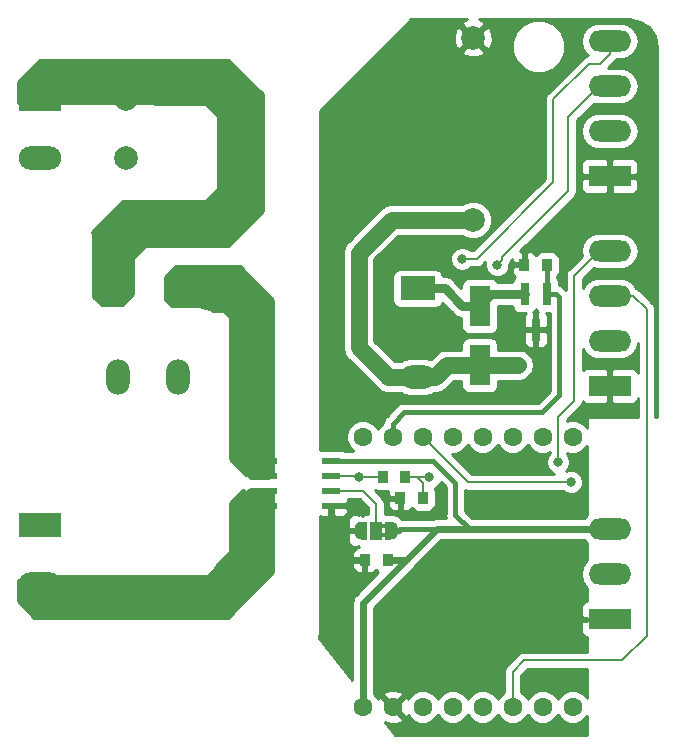
<source format=gtl>
G04 #@! TF.GenerationSoftware,KiCad,Pcbnew,5.0-dev-unknown-9241a39~61~ubuntu17.10.1*
G04 #@! TF.CreationDate,2018-04-12T19:06:24+02:00*
G04 #@! TF.ProjectId,power_monitor,706F7765725F6D6F6E69746F722E6B69,rev?*
G04 #@! TF.SameCoordinates,Original*
G04 #@! TF.FileFunction,Copper,L1,Top,Signal*
G04 #@! TF.FilePolarity,Positive*
%FSLAX46Y46*%
G04 Gerber Fmt 4.6, Leading zero omitted, Abs format (unit mm)*
G04 Created by KiCad (PCBNEW 5.0-dev-unknown-9241a39~61~ubuntu17.10.1) date Thu Apr 12 19:06:24 2018*
%MOMM*%
%LPD*%
G01*
G04 APERTURE LIST*
%ADD10C,2.000000*%
%ADD11R,0.845000X1.000000*%
%ADD12C,0.100000*%
%ADD13C,1.000000*%
%ADD14R,0.500000X1.500000*%
%ADD15R,1.000000X1.500000*%
%ADD16R,0.500000X0.400000*%
%ADD17R,3.000000X2.000000*%
%ADD18O,3.000000X2.000000*%
%ADD19O,2.000000X3.000000*%
%ADD20R,0.800000X1.900000*%
%ADD21C,1.600000*%
%ADD22R,1.550000X0.600000*%
%ADD23R,3.600000X1.800000*%
%ADD24O,3.600000X1.800000*%
%ADD25R,3.600000X2.000000*%
%ADD26O,3.600000X2.000000*%
%ADD27R,1.800000X3.500000*%
%ADD28C,0.800000*%
%ADD29C,1.400000*%
%ADD30C,0.400000*%
%ADD31C,0.600000*%
%ADD32C,0.200000*%
%ADD33C,1.600000*%
%ADD34C,0.800000*%
%ADD35C,0.254000*%
G04 APERTURE END LIST*
D10*
X56300000Y-43500000D03*
X56300000Y-48500000D03*
X85700000Y-38300000D03*
X85700000Y-53700000D03*
D11*
X78462500Y-82500000D03*
X76537500Y-82500000D03*
D12*
G36*
X78849010Y-79252408D02*
X78897546Y-79259607D01*
X78945143Y-79271530D01*
X78991343Y-79288060D01*
X79035699Y-79309039D01*
X79077786Y-79334265D01*
X79117198Y-79363495D01*
X79153554Y-79396447D01*
X79186506Y-79432803D01*
X79215736Y-79472215D01*
X79240962Y-79514302D01*
X79261941Y-79558658D01*
X79278471Y-79604858D01*
X79290394Y-79652455D01*
X79297593Y-79700991D01*
X79300001Y-79750000D01*
X79300001Y-80250000D01*
X79297593Y-80299009D01*
X79290394Y-80347545D01*
X79278471Y-80395142D01*
X79261941Y-80441342D01*
X79240962Y-80485698D01*
X79215736Y-80527785D01*
X79186506Y-80567197D01*
X79153554Y-80603553D01*
X79117198Y-80636505D01*
X79077786Y-80665735D01*
X79035699Y-80690961D01*
X78991343Y-80711940D01*
X78945143Y-80728470D01*
X78897546Y-80740393D01*
X78849010Y-80747592D01*
X78800001Y-80750000D01*
X78799999Y-80750000D01*
X78750990Y-80747592D01*
X78702454Y-80740393D01*
X78654857Y-80728470D01*
X78608657Y-80711940D01*
X78564301Y-80690961D01*
X78522214Y-80665735D01*
X78482802Y-80636505D01*
X78446446Y-80603553D01*
X78413494Y-80567197D01*
X78384264Y-80527785D01*
X78359038Y-80485698D01*
X78338059Y-80441342D01*
X78321529Y-80395142D01*
X78309606Y-80347545D01*
X78302407Y-80299009D01*
X78299999Y-80250000D01*
X78299999Y-79750000D01*
X78302407Y-79700991D01*
X78309606Y-79652455D01*
X78321529Y-79604858D01*
X78338059Y-79558658D01*
X78359038Y-79514302D01*
X78384264Y-79472215D01*
X78413494Y-79432803D01*
X78446446Y-79396447D01*
X78482802Y-79363495D01*
X78522214Y-79334265D01*
X78564301Y-79309039D01*
X78608657Y-79288060D01*
X78654857Y-79271530D01*
X78702454Y-79259607D01*
X78750990Y-79252408D01*
X78799999Y-79250000D01*
X78800001Y-79250000D01*
X78849010Y-79252408D01*
X78849010Y-79252408D01*
G37*
D13*
X78800000Y-80000000D03*
D14*
X78500000Y-80000000D03*
D15*
X77500000Y-80000000D03*
D12*
G36*
X76249010Y-79252408D02*
X76297546Y-79259607D01*
X76345143Y-79271530D01*
X76391343Y-79288060D01*
X76435699Y-79309039D01*
X76477786Y-79334265D01*
X76517198Y-79363495D01*
X76553554Y-79396447D01*
X76586506Y-79432803D01*
X76615736Y-79472215D01*
X76640962Y-79514302D01*
X76661941Y-79558658D01*
X76678471Y-79604858D01*
X76690394Y-79652455D01*
X76697593Y-79700991D01*
X76700001Y-79750000D01*
X76700001Y-80250000D01*
X76697593Y-80299009D01*
X76690394Y-80347545D01*
X76678471Y-80395142D01*
X76661941Y-80441342D01*
X76640962Y-80485698D01*
X76615736Y-80527785D01*
X76586506Y-80567197D01*
X76553554Y-80603553D01*
X76517198Y-80636505D01*
X76477786Y-80665735D01*
X76435699Y-80690961D01*
X76391343Y-80711940D01*
X76345143Y-80728470D01*
X76297546Y-80740393D01*
X76249010Y-80747592D01*
X76200001Y-80750000D01*
X76199999Y-80750000D01*
X76150990Y-80747592D01*
X76102454Y-80740393D01*
X76054857Y-80728470D01*
X76008657Y-80711940D01*
X75964301Y-80690961D01*
X75922214Y-80665735D01*
X75882802Y-80636505D01*
X75846446Y-80603553D01*
X75813494Y-80567197D01*
X75784264Y-80527785D01*
X75759038Y-80485698D01*
X75738059Y-80441342D01*
X75721529Y-80395142D01*
X75709606Y-80347545D01*
X75702407Y-80299009D01*
X75699999Y-80250000D01*
X75699999Y-79750000D01*
X75702407Y-79700991D01*
X75709606Y-79652455D01*
X75721529Y-79604858D01*
X75738059Y-79558658D01*
X75759038Y-79514302D01*
X75784264Y-79472215D01*
X75813494Y-79432803D01*
X75846446Y-79396447D01*
X75882802Y-79363495D01*
X75922214Y-79334265D01*
X75964301Y-79309039D01*
X76008657Y-79288060D01*
X76054857Y-79271530D01*
X76102454Y-79259607D01*
X76150990Y-79252408D01*
X76199999Y-79250000D01*
X76200001Y-79250000D01*
X76249010Y-79252408D01*
X76249010Y-79252408D01*
G37*
D13*
X76200000Y-80000000D03*
D14*
X76500000Y-80000000D03*
D16*
X78150000Y-80400000D03*
X78150000Y-79600000D03*
D17*
X81000000Y-59500000D03*
D18*
X81000000Y-67000000D03*
D19*
X60700000Y-59500000D03*
X55660000Y-67000000D03*
X60700000Y-67000000D03*
X55660000Y-59500000D03*
D20*
X91950000Y-60000000D03*
X90050000Y-60000000D03*
X91000000Y-63000000D03*
D11*
X91962500Y-57500000D03*
X90037500Y-57500000D03*
D21*
X94140000Y-94930000D03*
X91600000Y-94930000D03*
X89060000Y-94930000D03*
X86520000Y-94930000D03*
X83980000Y-94930000D03*
X81440000Y-94930000D03*
X78900000Y-94930000D03*
X76360000Y-94930000D03*
X76360000Y-72070000D03*
X78900000Y-72070000D03*
X81440000Y-72070000D03*
X83980000Y-72070000D03*
X86520000Y-72070000D03*
X89060000Y-72070000D03*
X91600000Y-72070000D03*
X94140000Y-72070000D03*
D22*
X68300000Y-74095000D03*
X68300000Y-75365000D03*
X68300000Y-76635000D03*
X68300000Y-77905000D03*
X73700000Y-77905000D03*
X73700000Y-76635000D03*
X73700000Y-75365000D03*
X73700000Y-74095000D03*
D11*
X78037500Y-75500000D03*
X79962500Y-75500000D03*
X79537500Y-77250000D03*
X81462500Y-77250000D03*
D23*
X97250000Y-67750000D03*
D24*
X97250000Y-63940000D03*
X97250000Y-60130000D03*
X97250000Y-56320000D03*
X97250000Y-38570000D03*
X97250000Y-42380000D03*
X97250000Y-46190000D03*
D23*
X97250000Y-50000000D03*
X97250000Y-87500000D03*
D24*
X97250000Y-83690000D03*
X97250000Y-79880000D03*
D25*
X49000000Y-43500000D03*
D26*
X49000000Y-48500000D03*
X49000000Y-84500000D03*
D25*
X49000000Y-79500000D03*
D27*
X86250000Y-66000000D03*
X86250000Y-61000000D03*
D28*
X89500000Y-66000000D03*
X91000000Y-74900000D03*
X88800000Y-78100000D03*
X92900000Y-92700000D03*
X87750000Y-93250000D03*
X74750000Y-82500000D03*
X78250000Y-77000000D03*
X94250000Y-55500000D03*
X79000000Y-92500000D03*
X82750000Y-92500000D03*
X82000000Y-75500000D03*
X92900000Y-74200000D03*
X84750000Y-57000000D03*
X87750000Y-57500000D03*
X94000000Y-75900000D03*
X76000000Y-75500000D03*
D29*
X86250000Y-66000000D02*
X89500000Y-66000000D01*
X82500000Y-67000000D02*
X83500000Y-66000000D01*
X83500000Y-66000000D02*
X86250000Y-66000000D01*
X81000000Y-67000000D02*
X82500000Y-67000000D01*
D30*
X78800000Y-80000000D02*
X79400001Y-80000000D01*
X79400001Y-80000000D02*
X79520001Y-79880000D01*
X79520001Y-79880000D02*
X82620000Y-79880000D01*
D31*
X85400000Y-79880000D02*
X82620000Y-79880000D01*
X97250000Y-79880000D02*
X85400000Y-79880000D01*
D30*
X84200000Y-76000000D02*
X84200000Y-78680000D01*
X84200000Y-78680000D02*
X85400000Y-79880000D01*
X82295000Y-74095000D02*
X84200000Y-76000000D01*
X73700000Y-74095000D02*
X82295000Y-74095000D01*
D29*
X78500000Y-67000000D02*
X81000000Y-67000000D01*
X76000000Y-56500000D02*
X76000000Y-64500000D01*
X76000000Y-64500000D02*
X78500000Y-67000000D01*
X78800000Y-53700000D02*
X76000000Y-56500000D01*
D31*
X82620000Y-79880000D02*
X82500000Y-80000000D01*
D29*
X85700000Y-53700000D02*
X78800000Y-53700000D01*
D31*
X73700000Y-80000000D02*
X73700000Y-81450000D01*
X73700000Y-79450000D02*
X73700000Y-80000000D01*
D32*
X76200000Y-80000000D02*
X73700000Y-80000000D01*
D31*
X76537500Y-82500000D02*
X74750000Y-82500000D01*
X73700000Y-81450000D02*
X74750000Y-82500000D01*
D32*
X78500000Y-77250000D02*
X78250000Y-77000000D01*
X79537500Y-77250000D02*
X78500000Y-77250000D01*
D31*
X94250000Y-54550000D02*
X97250000Y-51550000D01*
X94250000Y-55500000D02*
X94250000Y-54550000D01*
X97250000Y-51550000D02*
X97250000Y-50000000D01*
X76360000Y-94930000D02*
X76360000Y-86140000D01*
X76360000Y-86140000D02*
X80000000Y-82500000D01*
X82500000Y-80000000D02*
X80000000Y-82500000D01*
X80000000Y-82500000D02*
X78462500Y-82500000D01*
X89500000Y-66000000D02*
X89100000Y-66400000D01*
X89100000Y-66400000D02*
X86650000Y-66400000D01*
X86650000Y-66400000D02*
X86500000Y-66250000D01*
X73700000Y-77905000D02*
X73700000Y-79500000D01*
D30*
X73700000Y-79450000D02*
X73700000Y-78605000D01*
X73700000Y-77905000D02*
X73700000Y-78605000D01*
D33*
X52400000Y-84500000D02*
X64000000Y-84500000D01*
X49000000Y-84500000D02*
X52400000Y-84500000D01*
D31*
X67000000Y-77250000D02*
X66750000Y-76750000D01*
X66750000Y-77750000D02*
X67000000Y-77250000D01*
X66905000Y-77905000D02*
X66750000Y-77750000D01*
X68300000Y-77905000D02*
X66905000Y-77905000D01*
X66750000Y-76750000D02*
X66750000Y-76830000D01*
X66865000Y-76635000D02*
X66750000Y-76750000D01*
X68300000Y-76635000D02*
X66865000Y-76635000D01*
D32*
X73700000Y-76635000D02*
X76385000Y-76635000D01*
X77500000Y-80000000D02*
X77500000Y-77750000D01*
X77500000Y-77750000D02*
X76385000Y-76635000D01*
X80985000Y-75500000D02*
X81462500Y-75977500D01*
X81462500Y-75977500D02*
X81462500Y-77250000D01*
X79962500Y-75500000D02*
X80985000Y-75500000D01*
X82000000Y-75500000D02*
X80985000Y-75500000D01*
X90000000Y-91000000D02*
X89060000Y-91940000D01*
X98300000Y-91000000D02*
X90000000Y-91000000D01*
X100400000Y-88900000D02*
X98300000Y-91000000D01*
X100400000Y-61280000D02*
X100400000Y-88900000D01*
X99250000Y-60130000D02*
X100400000Y-61280000D01*
X97250000Y-60130000D02*
X99250000Y-60130000D01*
X89060000Y-91940000D02*
X89060000Y-94930000D01*
X94250000Y-58420000D02*
X94250000Y-69000000D01*
X94250000Y-69000000D02*
X92900000Y-70350000D01*
X97250000Y-56320000D02*
X96350000Y-56320000D01*
X96350000Y-56320000D02*
X94250000Y-58420000D01*
X92900000Y-70350000D02*
X92900000Y-74200000D01*
X92500000Y-43500000D02*
X95500000Y-40500000D01*
X86000000Y-57000000D02*
X92500000Y-50500000D01*
X92500000Y-50500000D02*
X92500000Y-43500000D01*
X84750000Y-57000000D02*
X86000000Y-57000000D01*
X95500000Y-40500000D02*
X96420000Y-40500000D01*
X96420000Y-40500000D02*
X97250000Y-39670000D01*
X97250000Y-39670000D02*
X97250000Y-38570000D01*
X88149999Y-56850001D02*
X93750000Y-51250000D01*
X93750000Y-51250000D02*
X93750000Y-44980000D01*
X87750000Y-57500000D02*
X88149999Y-57100001D01*
X88149999Y-57100001D02*
X88149999Y-56850001D01*
X96350000Y-42380000D02*
X97250000Y-42380000D01*
X93750000Y-44980000D02*
X96350000Y-42380000D01*
X85270000Y-75900000D02*
X94000000Y-75900000D01*
X81440000Y-72070000D02*
X85270000Y-75900000D01*
D30*
X79838630Y-70000000D02*
X91500000Y-70000000D01*
X93000000Y-60250000D02*
X93000000Y-68500000D01*
X93000000Y-68500000D02*
X91500000Y-70000000D01*
X91950000Y-60000000D02*
X92750000Y-60000000D01*
X92750000Y-60000000D02*
X93000000Y-60250000D01*
X78900000Y-72070000D02*
X78900000Y-70938630D01*
X78900000Y-70938630D02*
X79838630Y-70000000D01*
X91950000Y-60000000D02*
X91950000Y-57512500D01*
X91950000Y-57512500D02*
X91962500Y-57500000D01*
D32*
X73700000Y-75365000D02*
X75865000Y-75365000D01*
X75865000Y-75365000D02*
X76000000Y-75500000D01*
X78037500Y-75500000D02*
X76000000Y-75500000D01*
D33*
X67250000Y-61450000D02*
X67250000Y-74750000D01*
X67250000Y-61450000D02*
X65300000Y-59500000D01*
X65300000Y-59500000D02*
X60700000Y-59500000D01*
D31*
X66750000Y-74250000D02*
X66905000Y-74095000D01*
X66905000Y-74095000D02*
X68300000Y-74095000D01*
X66750000Y-75190000D02*
X66750000Y-74250000D01*
X68300000Y-75365000D02*
X66925000Y-75365000D01*
X66925000Y-75365000D02*
X66750000Y-75190000D01*
D34*
X84750000Y-60950000D02*
X86200000Y-60950000D01*
X86200000Y-60950000D02*
X86250000Y-61000000D01*
X81000000Y-59500000D02*
X83300000Y-59500000D01*
X83300000Y-59500000D02*
X84750000Y-60950000D01*
X90050000Y-60000000D02*
X87250000Y-60000000D01*
X87250000Y-60000000D02*
X86250000Y-61000000D01*
D35*
G36*
X95249095Y-80980905D02*
X95373000Y-81063696D01*
X95373000Y-82506304D01*
X95249095Y-82589095D01*
X94911598Y-83094194D01*
X94793085Y-83690000D01*
X94911598Y-84285806D01*
X95249095Y-84790905D01*
X95373000Y-84873696D01*
X95373000Y-85965000D01*
X95323690Y-85965000D01*
X95090301Y-86061673D01*
X94911673Y-86240302D01*
X94815000Y-86473691D01*
X94815000Y-87214250D01*
X94973750Y-87373000D01*
X95373000Y-87373000D01*
X95373000Y-87627000D01*
X94973750Y-87627000D01*
X94815000Y-87785750D01*
X94815000Y-88526309D01*
X94911673Y-88759698D01*
X95090301Y-88938327D01*
X95323690Y-89035000D01*
X95373000Y-89035000D01*
X95373000Y-90273000D01*
X90071595Y-90273000D01*
X90000000Y-90258759D01*
X89928405Y-90273000D01*
X89928401Y-90273000D01*
X89716339Y-90315182D01*
X89475863Y-90475863D01*
X89435305Y-90536562D01*
X88596562Y-91375306D01*
X88535863Y-91415864D01*
X88375182Y-91656340D01*
X88333000Y-91868402D01*
X88333000Y-91868405D01*
X88318759Y-91940000D01*
X88333000Y-92011595D01*
X88333001Y-93686559D01*
X88251669Y-93720247D01*
X87850247Y-94121669D01*
X87790000Y-94267119D01*
X87729753Y-94121669D01*
X87328331Y-93720247D01*
X86803848Y-93503000D01*
X86236152Y-93503000D01*
X85711669Y-93720247D01*
X85310247Y-94121669D01*
X85250000Y-94267119D01*
X85189753Y-94121669D01*
X84788331Y-93720247D01*
X84263848Y-93503000D01*
X83696152Y-93503000D01*
X83171669Y-93720247D01*
X82770247Y-94121669D01*
X82710000Y-94267119D01*
X82649753Y-94121669D01*
X82248331Y-93720247D01*
X81723848Y-93503000D01*
X81156152Y-93503000D01*
X80631669Y-93720247D01*
X80230247Y-94121669D01*
X80180804Y-94241035D01*
X80153864Y-94175995D01*
X79907745Y-94101861D01*
X79079605Y-94930000D01*
X79907745Y-95758139D01*
X80153864Y-95684005D01*
X80178897Y-95614361D01*
X80230247Y-95738331D01*
X80631669Y-96139753D01*
X81156152Y-96357000D01*
X81723848Y-96357000D01*
X82248331Y-96139753D01*
X82649753Y-95738331D01*
X82710000Y-95592881D01*
X82770247Y-95738331D01*
X83171669Y-96139753D01*
X83696152Y-96357000D01*
X84263848Y-96357000D01*
X84788331Y-96139753D01*
X85189753Y-95738331D01*
X85250000Y-95592881D01*
X85310247Y-95738331D01*
X85711669Y-96139753D01*
X86236152Y-96357000D01*
X86803848Y-96357000D01*
X87328331Y-96139753D01*
X87729753Y-95738331D01*
X87790000Y-95592881D01*
X87850247Y-95738331D01*
X88251669Y-96139753D01*
X88776152Y-96357000D01*
X89343848Y-96357000D01*
X89868331Y-96139753D01*
X90269753Y-95738331D01*
X90330000Y-95592881D01*
X90390247Y-95738331D01*
X90791669Y-96139753D01*
X91316152Y-96357000D01*
X91883848Y-96357000D01*
X92408331Y-96139753D01*
X92809753Y-95738331D01*
X92870000Y-95592881D01*
X92930247Y-95738331D01*
X93331669Y-96139753D01*
X93856152Y-96357000D01*
X94423848Y-96357000D01*
X94948331Y-96139753D01*
X95349753Y-95738331D01*
X95373000Y-95682208D01*
X95373000Y-97273000D01*
X79087860Y-97273000D01*
X78260512Y-96225026D01*
X78683223Y-96376965D01*
X79253454Y-96349778D01*
X79654005Y-96183864D01*
X79728139Y-95937745D01*
X78900000Y-95109605D01*
X78885858Y-95123748D01*
X78706252Y-94944142D01*
X78720395Y-94930000D01*
X77892255Y-94101861D01*
X77646136Y-94175995D01*
X77621103Y-94245639D01*
X77569753Y-94121669D01*
X77370339Y-93922255D01*
X78071861Y-93922255D01*
X78900000Y-94750395D01*
X79728139Y-93922255D01*
X79654005Y-93676136D01*
X79116777Y-93483035D01*
X78546546Y-93510222D01*
X78145995Y-93676136D01*
X78071861Y-93922255D01*
X77370339Y-93922255D01*
X77287000Y-93838916D01*
X77287000Y-86523975D01*
X80590924Y-83220051D01*
X80668330Y-83168330D01*
X80720051Y-83090925D01*
X83003976Y-80807000D01*
X95132895Y-80807000D01*
X95249095Y-80980905D01*
X95249095Y-80980905D01*
G37*
X95249095Y-80980905D02*
X95373000Y-81063696D01*
X95373000Y-82506304D01*
X95249095Y-82589095D01*
X94911598Y-83094194D01*
X94793085Y-83690000D01*
X94911598Y-84285806D01*
X95249095Y-84790905D01*
X95373000Y-84873696D01*
X95373000Y-85965000D01*
X95323690Y-85965000D01*
X95090301Y-86061673D01*
X94911673Y-86240302D01*
X94815000Y-86473691D01*
X94815000Y-87214250D01*
X94973750Y-87373000D01*
X95373000Y-87373000D01*
X95373000Y-87627000D01*
X94973750Y-87627000D01*
X94815000Y-87785750D01*
X94815000Y-88526309D01*
X94911673Y-88759698D01*
X95090301Y-88938327D01*
X95323690Y-89035000D01*
X95373000Y-89035000D01*
X95373000Y-90273000D01*
X90071595Y-90273000D01*
X90000000Y-90258759D01*
X89928405Y-90273000D01*
X89928401Y-90273000D01*
X89716339Y-90315182D01*
X89475863Y-90475863D01*
X89435305Y-90536562D01*
X88596562Y-91375306D01*
X88535863Y-91415864D01*
X88375182Y-91656340D01*
X88333000Y-91868402D01*
X88333000Y-91868405D01*
X88318759Y-91940000D01*
X88333000Y-92011595D01*
X88333001Y-93686559D01*
X88251669Y-93720247D01*
X87850247Y-94121669D01*
X87790000Y-94267119D01*
X87729753Y-94121669D01*
X87328331Y-93720247D01*
X86803848Y-93503000D01*
X86236152Y-93503000D01*
X85711669Y-93720247D01*
X85310247Y-94121669D01*
X85250000Y-94267119D01*
X85189753Y-94121669D01*
X84788331Y-93720247D01*
X84263848Y-93503000D01*
X83696152Y-93503000D01*
X83171669Y-93720247D01*
X82770247Y-94121669D01*
X82710000Y-94267119D01*
X82649753Y-94121669D01*
X82248331Y-93720247D01*
X81723848Y-93503000D01*
X81156152Y-93503000D01*
X80631669Y-93720247D01*
X80230247Y-94121669D01*
X80180804Y-94241035D01*
X80153864Y-94175995D01*
X79907745Y-94101861D01*
X79079605Y-94930000D01*
X79907745Y-95758139D01*
X80153864Y-95684005D01*
X80178897Y-95614361D01*
X80230247Y-95738331D01*
X80631669Y-96139753D01*
X81156152Y-96357000D01*
X81723848Y-96357000D01*
X82248331Y-96139753D01*
X82649753Y-95738331D01*
X82710000Y-95592881D01*
X82770247Y-95738331D01*
X83171669Y-96139753D01*
X83696152Y-96357000D01*
X84263848Y-96357000D01*
X84788331Y-96139753D01*
X85189753Y-95738331D01*
X85250000Y-95592881D01*
X85310247Y-95738331D01*
X85711669Y-96139753D01*
X86236152Y-96357000D01*
X86803848Y-96357000D01*
X87328331Y-96139753D01*
X87729753Y-95738331D01*
X87790000Y-95592881D01*
X87850247Y-95738331D01*
X88251669Y-96139753D01*
X88776152Y-96357000D01*
X89343848Y-96357000D01*
X89868331Y-96139753D01*
X90269753Y-95738331D01*
X90330000Y-95592881D01*
X90390247Y-95738331D01*
X90791669Y-96139753D01*
X91316152Y-96357000D01*
X91883848Y-96357000D01*
X92408331Y-96139753D01*
X92809753Y-95738331D01*
X92870000Y-95592881D01*
X92930247Y-95738331D01*
X93331669Y-96139753D01*
X93856152Y-96357000D01*
X94423848Y-96357000D01*
X94948331Y-96139753D01*
X95349753Y-95738331D01*
X95373000Y-95682208D01*
X95373000Y-97273000D01*
X79087860Y-97273000D01*
X78260512Y-96225026D01*
X78683223Y-96376965D01*
X79253454Y-96349778D01*
X79654005Y-96183864D01*
X79728139Y-95937745D01*
X78900000Y-95109605D01*
X78885858Y-95123748D01*
X78706252Y-94944142D01*
X78720395Y-94930000D01*
X77892255Y-94101861D01*
X77646136Y-94175995D01*
X77621103Y-94245639D01*
X77569753Y-94121669D01*
X77370339Y-93922255D01*
X78071861Y-93922255D01*
X78900000Y-94750395D01*
X79728139Y-93922255D01*
X79654005Y-93676136D01*
X79116777Y-93483035D01*
X78546546Y-93510222D01*
X78145995Y-93676136D01*
X78071861Y-93922255D01*
X77370339Y-93922255D01*
X77287000Y-93838916D01*
X77287000Y-86523975D01*
X80590924Y-83220051D01*
X80668330Y-83168330D01*
X80720051Y-83090925D01*
X83003976Y-80807000D01*
X95132895Y-80807000D01*
X95249095Y-80980905D01*
G36*
X95373000Y-94177792D02*
X95349753Y-94121669D01*
X94948331Y-93720247D01*
X94423848Y-93503000D01*
X93856152Y-93503000D01*
X93331669Y-93720247D01*
X92930247Y-94121669D01*
X92870000Y-94267119D01*
X92809753Y-94121669D01*
X92408331Y-93720247D01*
X91883848Y-93503000D01*
X91316152Y-93503000D01*
X90791669Y-93720247D01*
X90390247Y-94121669D01*
X90330000Y-94267119D01*
X90269753Y-94121669D01*
X89868331Y-93720247D01*
X89787000Y-93686559D01*
X89787000Y-92241132D01*
X90301133Y-91727000D01*
X95373000Y-91727000D01*
X95373000Y-94177792D01*
X95373000Y-94177792D01*
G37*
X95373000Y-94177792D02*
X95349753Y-94121669D01*
X94948331Y-93720247D01*
X94423848Y-93503000D01*
X93856152Y-93503000D01*
X93331669Y-93720247D01*
X92930247Y-94121669D01*
X92870000Y-94267119D01*
X92809753Y-94121669D01*
X92408331Y-93720247D01*
X91883848Y-93503000D01*
X91316152Y-93503000D01*
X90791669Y-93720247D01*
X90390247Y-94121669D01*
X90330000Y-94267119D01*
X90269753Y-94121669D01*
X89868331Y-93720247D01*
X89787000Y-93686559D01*
X89787000Y-92241132D01*
X90301133Y-91727000D01*
X95373000Y-91727000D01*
X95373000Y-94177792D01*
G36*
X76773001Y-78051134D02*
X76773001Y-78615000D01*
X76485750Y-78615000D01*
X76351000Y-78749750D01*
X76216250Y-78615000D01*
X76123691Y-78615000D01*
X75975594Y-78676344D01*
X75914250Y-78615000D01*
X75573691Y-78615000D01*
X75340302Y-78711673D01*
X75161673Y-78890301D01*
X75065000Y-79123690D01*
X75065000Y-79714250D01*
X75223750Y-79873000D01*
X76347000Y-79873000D01*
X76347000Y-80127000D01*
X75223750Y-80127000D01*
X75065000Y-80285750D01*
X75065000Y-80876310D01*
X75161673Y-81109699D01*
X75340302Y-81288327D01*
X75573691Y-81385000D01*
X75914250Y-81385000D01*
X75975594Y-81323656D01*
X76072998Y-81364002D01*
X76072998Y-81365000D01*
X75988691Y-81365000D01*
X75755302Y-81461673D01*
X75576673Y-81640301D01*
X75480000Y-81873690D01*
X75480000Y-82214250D01*
X75638750Y-82373000D01*
X76410500Y-82373000D01*
X76410500Y-82353000D01*
X76664500Y-82353000D01*
X76664500Y-82373000D01*
X76684500Y-82373000D01*
X76684500Y-82627000D01*
X76664500Y-82627000D01*
X76664500Y-83476250D01*
X76823250Y-83635000D01*
X77086309Y-83635000D01*
X77319698Y-83538327D01*
X77498327Y-83359699D01*
X77509016Y-83333894D01*
X77587959Y-83452041D01*
X77677293Y-83511732D01*
X75769074Y-85419951D01*
X75691671Y-85471670D01*
X75639952Y-85549073D01*
X75486786Y-85778303D01*
X75414839Y-86140000D01*
X75433001Y-86231305D01*
X75433000Y-92643511D01*
X72615915Y-89075202D01*
X72636911Y-89024513D01*
X72713031Y-88641830D01*
X72713031Y-88641825D01*
X72727000Y-88571599D01*
X72727000Y-82785750D01*
X75480000Y-82785750D01*
X75480000Y-83126310D01*
X75576673Y-83359699D01*
X75755302Y-83538327D01*
X75988691Y-83635000D01*
X76251750Y-83635000D01*
X76410500Y-83476250D01*
X76410500Y-82627000D01*
X75638750Y-82627000D01*
X75480000Y-82785750D01*
X72727000Y-82785750D01*
X72727000Y-78810305D01*
X72798691Y-78840000D01*
X73414250Y-78840000D01*
X73573000Y-78681250D01*
X73573000Y-78032000D01*
X73827000Y-78032000D01*
X73827000Y-78681250D01*
X73985750Y-78840000D01*
X74601309Y-78840000D01*
X74834698Y-78743327D01*
X75013327Y-78564699D01*
X75110000Y-78331310D01*
X75110000Y-78190750D01*
X74951250Y-78032000D01*
X73827000Y-78032000D01*
X73573000Y-78032000D01*
X73553000Y-78032000D01*
X73553000Y-77778000D01*
X73573000Y-77778000D01*
X73573000Y-77758000D01*
X73827000Y-77758000D01*
X73827000Y-77778000D01*
X74951250Y-77778000D01*
X75110000Y-77619250D01*
X75110000Y-77478690D01*
X75061665Y-77362000D01*
X76083868Y-77362000D01*
X76773001Y-78051134D01*
X76773001Y-78051134D01*
G37*
X76773001Y-78051134D02*
X76773001Y-78615000D01*
X76485750Y-78615000D01*
X76351000Y-78749750D01*
X76216250Y-78615000D01*
X76123691Y-78615000D01*
X75975594Y-78676344D01*
X75914250Y-78615000D01*
X75573691Y-78615000D01*
X75340302Y-78711673D01*
X75161673Y-78890301D01*
X75065000Y-79123690D01*
X75065000Y-79714250D01*
X75223750Y-79873000D01*
X76347000Y-79873000D01*
X76347000Y-80127000D01*
X75223750Y-80127000D01*
X75065000Y-80285750D01*
X75065000Y-80876310D01*
X75161673Y-81109699D01*
X75340302Y-81288327D01*
X75573691Y-81385000D01*
X75914250Y-81385000D01*
X75975594Y-81323656D01*
X76072998Y-81364002D01*
X76072998Y-81365000D01*
X75988691Y-81365000D01*
X75755302Y-81461673D01*
X75576673Y-81640301D01*
X75480000Y-81873690D01*
X75480000Y-82214250D01*
X75638750Y-82373000D01*
X76410500Y-82373000D01*
X76410500Y-82353000D01*
X76664500Y-82353000D01*
X76664500Y-82373000D01*
X76684500Y-82373000D01*
X76684500Y-82627000D01*
X76664500Y-82627000D01*
X76664500Y-83476250D01*
X76823250Y-83635000D01*
X77086309Y-83635000D01*
X77319698Y-83538327D01*
X77498327Y-83359699D01*
X77509016Y-83333894D01*
X77587959Y-83452041D01*
X77677293Y-83511732D01*
X75769074Y-85419951D01*
X75691671Y-85471670D01*
X75639952Y-85549073D01*
X75486786Y-85778303D01*
X75414839Y-86140000D01*
X75433001Y-86231305D01*
X75433000Y-92643511D01*
X72615915Y-89075202D01*
X72636911Y-89024513D01*
X72713031Y-88641830D01*
X72713031Y-88641825D01*
X72727000Y-88571599D01*
X72727000Y-82785750D01*
X75480000Y-82785750D01*
X75480000Y-83126310D01*
X75576673Y-83359699D01*
X75755302Y-83538327D01*
X75988691Y-83635000D01*
X76251750Y-83635000D01*
X76410500Y-83476250D01*
X76410500Y-82627000D01*
X75638750Y-82627000D01*
X75480000Y-82785750D01*
X72727000Y-82785750D01*
X72727000Y-78810305D01*
X72798691Y-78840000D01*
X73414250Y-78840000D01*
X73573000Y-78681250D01*
X73573000Y-78032000D01*
X73827000Y-78032000D01*
X73827000Y-78681250D01*
X73985750Y-78840000D01*
X74601309Y-78840000D01*
X74834698Y-78743327D01*
X75013327Y-78564699D01*
X75110000Y-78331310D01*
X75110000Y-78190750D01*
X74951250Y-78032000D01*
X73827000Y-78032000D01*
X73573000Y-78032000D01*
X73553000Y-78032000D01*
X73553000Y-77778000D01*
X73573000Y-77778000D01*
X73573000Y-77758000D01*
X73827000Y-77758000D01*
X73827000Y-77778000D01*
X74951250Y-77778000D01*
X75110000Y-77619250D01*
X75110000Y-77478690D01*
X75061665Y-77362000D01*
X76083868Y-77362000D01*
X76773001Y-78051134D01*
G36*
X83373000Y-76342554D02*
X83373001Y-78598552D01*
X83356800Y-78680000D01*
X83411103Y-78953000D01*
X82711301Y-78953000D01*
X82620000Y-78934839D01*
X82528700Y-78953000D01*
X82528698Y-78953000D01*
X82258303Y-79006785D01*
X82189137Y-79053000D01*
X79678157Y-79053000D01*
X79605596Y-78944405D01*
X79235986Y-78697440D01*
X78800001Y-78610717D01*
X78799999Y-78610717D01*
X78774999Y-78615690D01*
X78750000Y-78610717D01*
X78250000Y-78610717D01*
X78227000Y-78615292D01*
X78227000Y-77821593D01*
X78241241Y-77749999D01*
X78227000Y-77678405D01*
X78227000Y-77678401D01*
X78198625Y-77535750D01*
X78480000Y-77535750D01*
X78480000Y-77876310D01*
X78576673Y-78109699D01*
X78755302Y-78288327D01*
X78988691Y-78385000D01*
X79251750Y-78385000D01*
X79410500Y-78226250D01*
X79410500Y-77377000D01*
X78638750Y-77377000D01*
X78480000Y-77535750D01*
X78198625Y-77535750D01*
X78184818Y-77466339D01*
X78024137Y-77225863D01*
X77963438Y-77185305D01*
X77365521Y-76587389D01*
X77370357Y-76590620D01*
X77615000Y-76639283D01*
X78460000Y-76639283D01*
X78480000Y-76635305D01*
X78480000Y-76964250D01*
X78638750Y-77123000D01*
X79410500Y-77123000D01*
X79410500Y-77103000D01*
X79664500Y-77103000D01*
X79664500Y-77123000D01*
X79684500Y-77123000D01*
X79684500Y-77377000D01*
X79664500Y-77377000D01*
X79664500Y-78226250D01*
X79823250Y-78385000D01*
X80086309Y-78385000D01*
X80319698Y-78288327D01*
X80498327Y-78109699D01*
X80509016Y-78083894D01*
X80587959Y-78202041D01*
X80795357Y-78340620D01*
X81040000Y-78389283D01*
X81885000Y-78389283D01*
X82129643Y-78340620D01*
X82337041Y-78202041D01*
X82475620Y-77994643D01*
X82524283Y-77750000D01*
X82524283Y-76750000D01*
X82475620Y-76505357D01*
X82428128Y-76434280D01*
X82581749Y-76370648D01*
X82870648Y-76081749D01*
X82941396Y-75910949D01*
X83373000Y-76342554D01*
X83373000Y-76342554D01*
G37*
X83373000Y-76342554D02*
X83373001Y-78598552D01*
X83356800Y-78680000D01*
X83411103Y-78953000D01*
X82711301Y-78953000D01*
X82620000Y-78934839D01*
X82528700Y-78953000D01*
X82528698Y-78953000D01*
X82258303Y-79006785D01*
X82189137Y-79053000D01*
X79678157Y-79053000D01*
X79605596Y-78944405D01*
X79235986Y-78697440D01*
X78800001Y-78610717D01*
X78799999Y-78610717D01*
X78774999Y-78615690D01*
X78750000Y-78610717D01*
X78250000Y-78610717D01*
X78227000Y-78615292D01*
X78227000Y-77821593D01*
X78241241Y-77749999D01*
X78227000Y-77678405D01*
X78227000Y-77678401D01*
X78198625Y-77535750D01*
X78480000Y-77535750D01*
X78480000Y-77876310D01*
X78576673Y-78109699D01*
X78755302Y-78288327D01*
X78988691Y-78385000D01*
X79251750Y-78385000D01*
X79410500Y-78226250D01*
X79410500Y-77377000D01*
X78638750Y-77377000D01*
X78480000Y-77535750D01*
X78198625Y-77535750D01*
X78184818Y-77466339D01*
X78024137Y-77225863D01*
X77963438Y-77185305D01*
X77365521Y-76587389D01*
X77370357Y-76590620D01*
X77615000Y-76639283D01*
X78460000Y-76639283D01*
X78480000Y-76635305D01*
X78480000Y-76964250D01*
X78638750Y-77123000D01*
X79410500Y-77123000D01*
X79410500Y-77103000D01*
X79664500Y-77103000D01*
X79664500Y-77123000D01*
X79684500Y-77123000D01*
X79684500Y-77377000D01*
X79664500Y-77377000D01*
X79664500Y-78226250D01*
X79823250Y-78385000D01*
X80086309Y-78385000D01*
X80319698Y-78288327D01*
X80498327Y-78109699D01*
X80509016Y-78083894D01*
X80587959Y-78202041D01*
X80795357Y-78340620D01*
X81040000Y-78389283D01*
X81885000Y-78389283D01*
X82129643Y-78340620D01*
X82337041Y-78202041D01*
X82475620Y-77994643D01*
X82524283Y-77750000D01*
X82524283Y-76750000D01*
X82475620Y-76505357D01*
X82428128Y-76434280D01*
X82581749Y-76370648D01*
X82870648Y-76081749D01*
X82941396Y-75910949D01*
X83373000Y-76342554D01*
G36*
X95373000Y-78696304D02*
X95249095Y-78779095D01*
X95132895Y-78953000D01*
X85642554Y-78953000D01*
X85027000Y-78337447D01*
X85027000Y-76592906D01*
X85198401Y-76627000D01*
X85198405Y-76627000D01*
X85270000Y-76641241D01*
X85341595Y-76627000D01*
X93274603Y-76627000D01*
X93418251Y-76770648D01*
X93795717Y-76927000D01*
X94204283Y-76927000D01*
X94581749Y-76770648D01*
X94870648Y-76481749D01*
X95027000Y-76104283D01*
X95027000Y-75695717D01*
X94870648Y-75318251D01*
X94581749Y-75029352D01*
X94204283Y-74873000D01*
X93795717Y-74873000D01*
X93597146Y-74955251D01*
X93770648Y-74781749D01*
X93927000Y-74404283D01*
X93927000Y-73995717D01*
X93770648Y-73618251D01*
X93627000Y-73474603D01*
X93627000Y-73402083D01*
X93856152Y-73497000D01*
X94423848Y-73497000D01*
X94948331Y-73279753D01*
X95349753Y-72878331D01*
X95373000Y-72822208D01*
X95373000Y-78696304D01*
X95373000Y-78696304D01*
G37*
X95373000Y-78696304D02*
X95249095Y-78779095D01*
X95132895Y-78953000D01*
X85642554Y-78953000D01*
X85027000Y-78337447D01*
X85027000Y-76592906D01*
X85198401Y-76627000D01*
X85198405Y-76627000D01*
X85270000Y-76641241D01*
X85341595Y-76627000D01*
X93274603Y-76627000D01*
X93418251Y-76770648D01*
X93795717Y-76927000D01*
X94204283Y-76927000D01*
X94581749Y-76770648D01*
X94870648Y-76481749D01*
X95027000Y-76104283D01*
X95027000Y-75695717D01*
X94870648Y-75318251D01*
X94581749Y-75029352D01*
X94204283Y-74873000D01*
X93795717Y-74873000D01*
X93597146Y-74955251D01*
X93770648Y-74781749D01*
X93927000Y-74404283D01*
X93927000Y-73995717D01*
X93770648Y-73618251D01*
X93627000Y-73474603D01*
X93627000Y-73402083D01*
X93856152Y-73497000D01*
X94423848Y-73497000D01*
X94948331Y-73279753D01*
X95349753Y-72878331D01*
X95373000Y-72822208D01*
X95373000Y-78696304D01*
G36*
X90390247Y-72878331D02*
X90791669Y-73279753D01*
X91316152Y-73497000D01*
X91883848Y-73497000D01*
X92173001Y-73377230D01*
X92173001Y-73474602D01*
X92029352Y-73618251D01*
X91873000Y-73995717D01*
X91873000Y-74404283D01*
X92029352Y-74781749D01*
X92318251Y-75070648D01*
X92565350Y-75173000D01*
X85571133Y-75173000D01*
X83895133Y-73497000D01*
X84263848Y-73497000D01*
X84788331Y-73279753D01*
X85189753Y-72878331D01*
X85250000Y-72732881D01*
X85310247Y-72878331D01*
X85711669Y-73279753D01*
X86236152Y-73497000D01*
X86803848Y-73497000D01*
X87328331Y-73279753D01*
X87729753Y-72878331D01*
X87790000Y-72732881D01*
X87850247Y-72878331D01*
X88251669Y-73279753D01*
X88776152Y-73497000D01*
X89343848Y-73497000D01*
X89868331Y-73279753D01*
X90269753Y-72878331D01*
X90330000Y-72732881D01*
X90390247Y-72878331D01*
X90390247Y-72878331D01*
G37*
X90390247Y-72878331D02*
X90791669Y-73279753D01*
X91316152Y-73497000D01*
X91883848Y-73497000D01*
X92173001Y-73377230D01*
X92173001Y-73474602D01*
X92029352Y-73618251D01*
X91873000Y-73995717D01*
X91873000Y-74404283D01*
X92029352Y-74781749D01*
X92318251Y-75070648D01*
X92565350Y-75173000D01*
X85571133Y-75173000D01*
X83895133Y-73497000D01*
X84263848Y-73497000D01*
X84788331Y-73279753D01*
X85189753Y-72878331D01*
X85250000Y-72732881D01*
X85310247Y-72878331D01*
X85711669Y-73279753D01*
X86236152Y-73497000D01*
X86803848Y-73497000D01*
X87328331Y-73279753D01*
X87729753Y-72878331D01*
X87790000Y-72732881D01*
X87850247Y-72878331D01*
X88251669Y-73279753D01*
X88776152Y-73497000D01*
X89343848Y-73497000D01*
X89868331Y-73279753D01*
X90269753Y-72878331D01*
X90330000Y-72732881D01*
X90390247Y-72878331D01*
G36*
X84825736Y-36880613D02*
X84727073Y-37147468D01*
X85700000Y-38120395D01*
X86672927Y-37147468D01*
X86574264Y-36880613D01*
X86160785Y-36727000D01*
X98928397Y-36727000D01*
X99864389Y-36913180D01*
X100597182Y-37402818D01*
X101086820Y-38135611D01*
X101273000Y-39071604D01*
X101273001Y-70373000D01*
X101127000Y-70373000D01*
X101127000Y-61351595D01*
X101141241Y-61280000D01*
X101127000Y-61208405D01*
X101127000Y-61208401D01*
X101084818Y-60996339D01*
X101053855Y-60950000D01*
X100964695Y-60816561D01*
X100964690Y-60816556D01*
X100924136Y-60755863D01*
X100863443Y-60715309D01*
X99814696Y-59666564D01*
X99774137Y-59605863D01*
X99533661Y-59445182D01*
X99528200Y-59444096D01*
X99250905Y-59029095D01*
X98745806Y-58691598D01*
X98300393Y-58603000D01*
X96199607Y-58603000D01*
X95754194Y-58691598D01*
X95249095Y-59029095D01*
X94977000Y-59436313D01*
X94977000Y-58721132D01*
X95908948Y-57789184D01*
X96199607Y-57847000D01*
X98300393Y-57847000D01*
X98745806Y-57758402D01*
X99250905Y-57420905D01*
X99588402Y-56915806D01*
X99706915Y-56320000D01*
X99588402Y-55724194D01*
X99250905Y-55219095D01*
X98745806Y-54881598D01*
X98300393Y-54793000D01*
X96199607Y-54793000D01*
X95754194Y-54881598D01*
X95249095Y-55219095D01*
X94911598Y-55724194D01*
X94793085Y-56320000D01*
X94880816Y-56761052D01*
X93786562Y-57855306D01*
X93725863Y-57895864D01*
X93565182Y-58136340D01*
X93523000Y-58348402D01*
X93523000Y-58348405D01*
X93508759Y-58420000D01*
X93523000Y-58491595D01*
X93523000Y-59603446D01*
X93392372Y-59472818D01*
X93346233Y-59403767D01*
X93072679Y-59220984D01*
X92989283Y-59204395D01*
X92989283Y-59050000D01*
X92940620Y-58805357D01*
X92802041Y-58597959D01*
X92777000Y-58581227D01*
X92777000Y-58492159D01*
X92837041Y-58452041D01*
X92975620Y-58244643D01*
X93024283Y-58000000D01*
X93024283Y-57000000D01*
X92975620Y-56755357D01*
X92837041Y-56547959D01*
X92629643Y-56409380D01*
X92385000Y-56360717D01*
X91540000Y-56360717D01*
X91295357Y-56409380D01*
X91087959Y-56547959D01*
X91009016Y-56666106D01*
X90998327Y-56640301D01*
X90819698Y-56461673D01*
X90586309Y-56365000D01*
X90323250Y-56365000D01*
X90164500Y-56523750D01*
X90164500Y-57373000D01*
X90184500Y-57373000D01*
X90184500Y-57627000D01*
X90164500Y-57627000D01*
X90164500Y-57647000D01*
X89910500Y-57647000D01*
X89910500Y-57627000D01*
X89138750Y-57627000D01*
X88980000Y-57785750D01*
X88980000Y-58126310D01*
X89076673Y-58359699D01*
X89255302Y-58538327D01*
X89274996Y-58546485D01*
X89197959Y-58597959D01*
X89059380Y-58805357D01*
X89026033Y-58973000D01*
X87719000Y-58973000D01*
X87602041Y-58797959D01*
X87394643Y-58659380D01*
X87150000Y-58610717D01*
X85350000Y-58610717D01*
X85105357Y-58659380D01*
X84897959Y-58797959D01*
X84759380Y-59005357D01*
X84710717Y-59250000D01*
X84710717Y-59458321D01*
X84097726Y-58845330D01*
X84040426Y-58759574D01*
X83700715Y-58532587D01*
X83401150Y-58473000D01*
X83401149Y-58473000D01*
X83300000Y-58452880D01*
X83198851Y-58473000D01*
X83133912Y-58473000D01*
X83090620Y-58255357D01*
X82952041Y-58047959D01*
X82744643Y-57909380D01*
X82500000Y-57860717D01*
X79500000Y-57860717D01*
X79255357Y-57909380D01*
X79047959Y-58047959D01*
X78909380Y-58255357D01*
X78860717Y-58500000D01*
X78860717Y-60500000D01*
X78909380Y-60744643D01*
X79047959Y-60952041D01*
X79255357Y-61090620D01*
X79500000Y-61139283D01*
X82500000Y-61139283D01*
X82744643Y-61090620D01*
X82952041Y-60952041D01*
X83090620Y-60744643D01*
X83090890Y-60743286D01*
X83952275Y-61604672D01*
X84009574Y-61690426D01*
X84349285Y-61917413D01*
X84648850Y-61977000D01*
X84648851Y-61977000D01*
X84710717Y-61989306D01*
X84710717Y-62750000D01*
X84759380Y-62994643D01*
X84897959Y-63202041D01*
X85105357Y-63340620D01*
X85350000Y-63389283D01*
X87150000Y-63389283D01*
X87394643Y-63340620D01*
X87476761Y-63285750D01*
X89965000Y-63285750D01*
X89965000Y-64076309D01*
X90061673Y-64309698D01*
X90240301Y-64488327D01*
X90473690Y-64585000D01*
X90714250Y-64585000D01*
X90873000Y-64426250D01*
X90873000Y-63127000D01*
X91127000Y-63127000D01*
X91127000Y-64426250D01*
X91285750Y-64585000D01*
X91526310Y-64585000D01*
X91759699Y-64488327D01*
X91938327Y-64309698D01*
X92035000Y-64076309D01*
X92035000Y-63285750D01*
X91876250Y-63127000D01*
X91127000Y-63127000D01*
X90873000Y-63127000D01*
X90123750Y-63127000D01*
X89965000Y-63285750D01*
X87476761Y-63285750D01*
X87602041Y-63202041D01*
X87740620Y-62994643D01*
X87789283Y-62750000D01*
X87789283Y-61027000D01*
X89026033Y-61027000D01*
X89059380Y-61194643D01*
X89197959Y-61402041D01*
X89405357Y-61540620D01*
X89650000Y-61589283D01*
X90162691Y-61589283D01*
X90061673Y-61690302D01*
X89965000Y-61923691D01*
X89965000Y-62714250D01*
X90123750Y-62873000D01*
X90873000Y-62873000D01*
X90873000Y-61573750D01*
X90781700Y-61482450D01*
X90902041Y-61402041D01*
X91000000Y-61255435D01*
X91097959Y-61402041D01*
X91218300Y-61482450D01*
X91127000Y-61573750D01*
X91127000Y-62873000D01*
X91876250Y-62873000D01*
X92035000Y-62714250D01*
X92035000Y-61923691D01*
X91938327Y-61690302D01*
X91837309Y-61589283D01*
X92173000Y-61589283D01*
X92173001Y-68157444D01*
X91157447Y-69173000D01*
X79920072Y-69173000D01*
X79838629Y-69156800D01*
X79757186Y-69173000D01*
X79757182Y-69173000D01*
X79515951Y-69220984D01*
X79242397Y-69403767D01*
X79196261Y-69472814D01*
X78372817Y-70296260D01*
X78303768Y-70342397D01*
X78257631Y-70411446D01*
X78120984Y-70615952D01*
X78067605Y-70884311D01*
X77690247Y-71261669D01*
X77630000Y-71407119D01*
X77569753Y-71261669D01*
X77168331Y-70860247D01*
X76643848Y-70643000D01*
X76076152Y-70643000D01*
X75551669Y-70860247D01*
X75150247Y-71261669D01*
X74933000Y-71786152D01*
X74933000Y-72353848D01*
X75150247Y-72878331D01*
X75539916Y-73268000D01*
X74814857Y-73268000D01*
X74719643Y-73204380D01*
X74475000Y-73155717D01*
X72925000Y-73155717D01*
X72727000Y-73195102D01*
X72727000Y-56500000D01*
X74647004Y-56500000D01*
X74673000Y-56630692D01*
X74673001Y-64369304D01*
X74647004Y-64500000D01*
X74749994Y-65017769D01*
X74959737Y-65331671D01*
X75043288Y-65456713D01*
X75154086Y-65530746D01*
X77469254Y-67845915D01*
X77543287Y-67956713D01*
X77982230Y-68250006D01*
X78369304Y-68327000D01*
X78369308Y-68327000D01*
X78500000Y-68352996D01*
X78630692Y-68327000D01*
X79557474Y-68327000D01*
X79865176Y-68532600D01*
X80339758Y-68627000D01*
X81660242Y-68627000D01*
X82134824Y-68532600D01*
X82425730Y-68338223D01*
X82500000Y-68352996D01*
X82630692Y-68327000D01*
X82630696Y-68327000D01*
X83017770Y-68250006D01*
X83456713Y-67956713D01*
X83530747Y-67845913D01*
X84049661Y-67327000D01*
X84710717Y-67327000D01*
X84710717Y-67750000D01*
X84759380Y-67994643D01*
X84897959Y-68202041D01*
X85105357Y-68340620D01*
X85350000Y-68389283D01*
X87150000Y-68389283D01*
X87394643Y-68340620D01*
X87602041Y-68202041D01*
X87740620Y-67994643D01*
X87789283Y-67750000D01*
X87789283Y-67327000D01*
X89008700Y-67327000D01*
X89100000Y-67345161D01*
X89191300Y-67327000D01*
X89630696Y-67327000D01*
X90017770Y-67250006D01*
X90456713Y-66956713D01*
X90750006Y-66517770D01*
X90852997Y-66000000D01*
X90750006Y-65482230D01*
X90456713Y-65043287D01*
X90017770Y-64749994D01*
X89630696Y-64673000D01*
X87789283Y-64673000D01*
X87789283Y-64250000D01*
X87740620Y-64005357D01*
X87602041Y-63797959D01*
X87394643Y-63659380D01*
X87150000Y-63610717D01*
X85350000Y-63610717D01*
X85105357Y-63659380D01*
X84897959Y-63797959D01*
X84759380Y-64005357D01*
X84710717Y-64250000D01*
X84710717Y-64673000D01*
X83630692Y-64673000D01*
X83500000Y-64647004D01*
X83369308Y-64673000D01*
X83369304Y-64673000D01*
X82982230Y-64749994D01*
X82848846Y-64839119D01*
X82654085Y-64969253D01*
X82654082Y-64969256D01*
X82543287Y-65043287D01*
X82469255Y-65154083D01*
X82147481Y-65475857D01*
X82134824Y-65467400D01*
X81660242Y-65373000D01*
X80339758Y-65373000D01*
X79865176Y-65467400D01*
X79557474Y-65673000D01*
X79049661Y-65673000D01*
X77327000Y-63950340D01*
X77327000Y-57049660D01*
X77580943Y-56795717D01*
X83723000Y-56795717D01*
X83723000Y-57204283D01*
X83879352Y-57581749D01*
X84168251Y-57870648D01*
X84545717Y-58027000D01*
X84954283Y-58027000D01*
X85331749Y-57870648D01*
X85475397Y-57727000D01*
X85928405Y-57727000D01*
X86000000Y-57741241D01*
X86071595Y-57727000D01*
X86071599Y-57727000D01*
X86283661Y-57684818D01*
X86524137Y-57524137D01*
X86564696Y-57463436D01*
X86723000Y-57305132D01*
X86723000Y-57704283D01*
X86879352Y-58081749D01*
X87168251Y-58370648D01*
X87545717Y-58527000D01*
X87954283Y-58527000D01*
X88331749Y-58370648D01*
X88620648Y-58081749D01*
X88777000Y-57704283D01*
X88777000Y-57470191D01*
X88834817Y-57383662D01*
X88876999Y-57171600D01*
X88876999Y-57171597D01*
X88882080Y-57146052D01*
X88980000Y-57048132D01*
X88980000Y-57214250D01*
X89138750Y-57373000D01*
X89910500Y-57373000D01*
X89910500Y-56523750D01*
X89751750Y-56365000D01*
X89663132Y-56365000D01*
X94213441Y-51814692D01*
X94274136Y-51774137D01*
X94314692Y-51713441D01*
X94314694Y-51713439D01*
X94434817Y-51533662D01*
X94434818Y-51533661D01*
X94477000Y-51321599D01*
X94477000Y-51321595D01*
X94491241Y-51250001D01*
X94477000Y-51178407D01*
X94477000Y-50285750D01*
X94815000Y-50285750D01*
X94815000Y-51026309D01*
X94911673Y-51259698D01*
X95090301Y-51438327D01*
X95323690Y-51535000D01*
X96964250Y-51535000D01*
X97123000Y-51376250D01*
X97123000Y-50127000D01*
X97377000Y-50127000D01*
X97377000Y-51376250D01*
X97535750Y-51535000D01*
X99176310Y-51535000D01*
X99409699Y-51438327D01*
X99588327Y-51259698D01*
X99685000Y-51026309D01*
X99685000Y-50285750D01*
X99526250Y-50127000D01*
X97377000Y-50127000D01*
X97123000Y-50127000D01*
X94973750Y-50127000D01*
X94815000Y-50285750D01*
X94477000Y-50285750D01*
X94477000Y-48973691D01*
X94815000Y-48973691D01*
X94815000Y-49714250D01*
X94973750Y-49873000D01*
X97123000Y-49873000D01*
X97123000Y-48623750D01*
X97377000Y-48623750D01*
X97377000Y-49873000D01*
X99526250Y-49873000D01*
X99685000Y-49714250D01*
X99685000Y-48973691D01*
X99588327Y-48740302D01*
X99409699Y-48561673D01*
X99176310Y-48465000D01*
X97535750Y-48465000D01*
X97377000Y-48623750D01*
X97123000Y-48623750D01*
X96964250Y-48465000D01*
X95323690Y-48465000D01*
X95090301Y-48561673D01*
X94911673Y-48740302D01*
X94815000Y-48973691D01*
X94477000Y-48973691D01*
X94477000Y-46190000D01*
X94793085Y-46190000D01*
X94911598Y-46785806D01*
X95249095Y-47290905D01*
X95754194Y-47628402D01*
X96199607Y-47717000D01*
X98300393Y-47717000D01*
X98745806Y-47628402D01*
X99250905Y-47290905D01*
X99588402Y-46785806D01*
X99706915Y-46190000D01*
X99588402Y-45594194D01*
X99250905Y-45089095D01*
X98745806Y-44751598D01*
X98300393Y-44663000D01*
X96199607Y-44663000D01*
X95754194Y-44751598D01*
X95249095Y-45089095D01*
X94911598Y-45594194D01*
X94793085Y-46190000D01*
X94477000Y-46190000D01*
X94477000Y-45281132D01*
X95908948Y-43849184D01*
X96199607Y-43907000D01*
X98300393Y-43907000D01*
X98745806Y-43818402D01*
X99250905Y-43480905D01*
X99588402Y-42975806D01*
X99706915Y-42380000D01*
X99588402Y-41784194D01*
X99250905Y-41279095D01*
X98745806Y-40941598D01*
X98300393Y-40853000D01*
X97095132Y-40853000D01*
X97713440Y-40234693D01*
X97774136Y-40194137D01*
X97814692Y-40133441D01*
X97814694Y-40133439D01*
X97839042Y-40097000D01*
X98300393Y-40097000D01*
X98745806Y-40008402D01*
X99250905Y-39670905D01*
X99588402Y-39165806D01*
X99706915Y-38570000D01*
X99588402Y-37974194D01*
X99250905Y-37469095D01*
X98745806Y-37131598D01*
X98300393Y-37043000D01*
X96199607Y-37043000D01*
X95754194Y-37131598D01*
X95249095Y-37469095D01*
X94911598Y-37974194D01*
X94793085Y-38570000D01*
X94911598Y-39165806D01*
X95249095Y-39670905D01*
X95407972Y-39777064D01*
X95216339Y-39815182D01*
X94975863Y-39975863D01*
X94935306Y-40036561D01*
X92036562Y-42935306D01*
X91975864Y-42975863D01*
X91935307Y-43036561D01*
X91935306Y-43036562D01*
X91815182Y-43216340D01*
X91758759Y-43500000D01*
X91773001Y-43571600D01*
X91773000Y-50198867D01*
X85698868Y-56273000D01*
X85475397Y-56273000D01*
X85331749Y-56129352D01*
X84954283Y-55973000D01*
X84545717Y-55973000D01*
X84168251Y-56129352D01*
X83879352Y-56418251D01*
X83723000Y-56795717D01*
X77580943Y-56795717D01*
X79349661Y-55027000D01*
X84726074Y-55027000D01*
X84778378Y-55079304D01*
X85376370Y-55327000D01*
X86023630Y-55327000D01*
X86621622Y-55079304D01*
X87079304Y-54621622D01*
X87327000Y-54023630D01*
X87327000Y-53376370D01*
X87079304Y-52778378D01*
X86621622Y-52320696D01*
X86023630Y-52073000D01*
X85376370Y-52073000D01*
X84778378Y-52320696D01*
X84726074Y-52373000D01*
X78930692Y-52373000D01*
X78800000Y-52347004D01*
X78669308Y-52373000D01*
X78669304Y-52373000D01*
X78282230Y-52449994D01*
X77843287Y-52743287D01*
X77769254Y-52854085D01*
X75154086Y-55469254D01*
X75043287Y-55543288D01*
X74749994Y-55982231D01*
X74673000Y-56369305D01*
X74673000Y-56369308D01*
X74647004Y-56500000D01*
X72727000Y-56500000D01*
X72727000Y-44452606D01*
X77727074Y-39452532D01*
X84727073Y-39452532D01*
X84825736Y-39719387D01*
X85435461Y-39945908D01*
X86085460Y-39921856D01*
X86574264Y-39719387D01*
X86672927Y-39452532D01*
X85700000Y-38479605D01*
X84727073Y-39452532D01*
X77727074Y-39452532D01*
X79144145Y-38035461D01*
X84054092Y-38035461D01*
X84078144Y-38685460D01*
X84280613Y-39174264D01*
X84547468Y-39272927D01*
X85520395Y-38300000D01*
X85879605Y-38300000D01*
X86852532Y-39272927D01*
X87119387Y-39174264D01*
X87345908Y-38564539D01*
X87345630Y-38557022D01*
X89023000Y-38557022D01*
X89023000Y-39442978D01*
X89362040Y-40261494D01*
X89988506Y-40887960D01*
X90807022Y-41227000D01*
X91692978Y-41227000D01*
X92511494Y-40887960D01*
X93137960Y-40261494D01*
X93477000Y-39442978D01*
X93477000Y-38557022D01*
X93137960Y-37738506D01*
X92511494Y-37112040D01*
X91692978Y-36773000D01*
X90807022Y-36773000D01*
X89988506Y-37112040D01*
X89362040Y-37738506D01*
X89023000Y-38557022D01*
X87345630Y-38557022D01*
X87321856Y-37914540D01*
X87119387Y-37425736D01*
X86852532Y-37327073D01*
X85879605Y-38300000D01*
X85520395Y-38300000D01*
X84547468Y-37327073D01*
X84280613Y-37425736D01*
X84054092Y-38035461D01*
X79144145Y-38035461D01*
X80452606Y-36727000D01*
X85196591Y-36727000D01*
X84825736Y-36880613D01*
X84825736Y-36880613D01*
G37*
X84825736Y-36880613D02*
X84727073Y-37147468D01*
X85700000Y-38120395D01*
X86672927Y-37147468D01*
X86574264Y-36880613D01*
X86160785Y-36727000D01*
X98928397Y-36727000D01*
X99864389Y-36913180D01*
X100597182Y-37402818D01*
X101086820Y-38135611D01*
X101273000Y-39071604D01*
X101273001Y-70373000D01*
X101127000Y-70373000D01*
X101127000Y-61351595D01*
X101141241Y-61280000D01*
X101127000Y-61208405D01*
X101127000Y-61208401D01*
X101084818Y-60996339D01*
X101053855Y-60950000D01*
X100964695Y-60816561D01*
X100964690Y-60816556D01*
X100924136Y-60755863D01*
X100863443Y-60715309D01*
X99814696Y-59666564D01*
X99774137Y-59605863D01*
X99533661Y-59445182D01*
X99528200Y-59444096D01*
X99250905Y-59029095D01*
X98745806Y-58691598D01*
X98300393Y-58603000D01*
X96199607Y-58603000D01*
X95754194Y-58691598D01*
X95249095Y-59029095D01*
X94977000Y-59436313D01*
X94977000Y-58721132D01*
X95908948Y-57789184D01*
X96199607Y-57847000D01*
X98300393Y-57847000D01*
X98745806Y-57758402D01*
X99250905Y-57420905D01*
X99588402Y-56915806D01*
X99706915Y-56320000D01*
X99588402Y-55724194D01*
X99250905Y-55219095D01*
X98745806Y-54881598D01*
X98300393Y-54793000D01*
X96199607Y-54793000D01*
X95754194Y-54881598D01*
X95249095Y-55219095D01*
X94911598Y-55724194D01*
X94793085Y-56320000D01*
X94880816Y-56761052D01*
X93786562Y-57855306D01*
X93725863Y-57895864D01*
X93565182Y-58136340D01*
X93523000Y-58348402D01*
X93523000Y-58348405D01*
X93508759Y-58420000D01*
X93523000Y-58491595D01*
X93523000Y-59603446D01*
X93392372Y-59472818D01*
X93346233Y-59403767D01*
X93072679Y-59220984D01*
X92989283Y-59204395D01*
X92989283Y-59050000D01*
X92940620Y-58805357D01*
X92802041Y-58597959D01*
X92777000Y-58581227D01*
X92777000Y-58492159D01*
X92837041Y-58452041D01*
X92975620Y-58244643D01*
X93024283Y-58000000D01*
X93024283Y-57000000D01*
X92975620Y-56755357D01*
X92837041Y-56547959D01*
X92629643Y-56409380D01*
X92385000Y-56360717D01*
X91540000Y-56360717D01*
X91295357Y-56409380D01*
X91087959Y-56547959D01*
X91009016Y-56666106D01*
X90998327Y-56640301D01*
X90819698Y-56461673D01*
X90586309Y-56365000D01*
X90323250Y-56365000D01*
X90164500Y-56523750D01*
X90164500Y-57373000D01*
X90184500Y-57373000D01*
X90184500Y-57627000D01*
X90164500Y-57627000D01*
X90164500Y-57647000D01*
X89910500Y-57647000D01*
X89910500Y-57627000D01*
X89138750Y-57627000D01*
X88980000Y-57785750D01*
X88980000Y-58126310D01*
X89076673Y-58359699D01*
X89255302Y-58538327D01*
X89274996Y-58546485D01*
X89197959Y-58597959D01*
X89059380Y-58805357D01*
X89026033Y-58973000D01*
X87719000Y-58973000D01*
X87602041Y-58797959D01*
X87394643Y-58659380D01*
X87150000Y-58610717D01*
X85350000Y-58610717D01*
X85105357Y-58659380D01*
X84897959Y-58797959D01*
X84759380Y-59005357D01*
X84710717Y-59250000D01*
X84710717Y-59458321D01*
X84097726Y-58845330D01*
X84040426Y-58759574D01*
X83700715Y-58532587D01*
X83401150Y-58473000D01*
X83401149Y-58473000D01*
X83300000Y-58452880D01*
X83198851Y-58473000D01*
X83133912Y-58473000D01*
X83090620Y-58255357D01*
X82952041Y-58047959D01*
X82744643Y-57909380D01*
X82500000Y-57860717D01*
X79500000Y-57860717D01*
X79255357Y-57909380D01*
X79047959Y-58047959D01*
X78909380Y-58255357D01*
X78860717Y-58500000D01*
X78860717Y-60500000D01*
X78909380Y-60744643D01*
X79047959Y-60952041D01*
X79255357Y-61090620D01*
X79500000Y-61139283D01*
X82500000Y-61139283D01*
X82744643Y-61090620D01*
X82952041Y-60952041D01*
X83090620Y-60744643D01*
X83090890Y-60743286D01*
X83952275Y-61604672D01*
X84009574Y-61690426D01*
X84349285Y-61917413D01*
X84648850Y-61977000D01*
X84648851Y-61977000D01*
X84710717Y-61989306D01*
X84710717Y-62750000D01*
X84759380Y-62994643D01*
X84897959Y-63202041D01*
X85105357Y-63340620D01*
X85350000Y-63389283D01*
X87150000Y-63389283D01*
X87394643Y-63340620D01*
X87476761Y-63285750D01*
X89965000Y-63285750D01*
X89965000Y-64076309D01*
X90061673Y-64309698D01*
X90240301Y-64488327D01*
X90473690Y-64585000D01*
X90714250Y-64585000D01*
X90873000Y-64426250D01*
X90873000Y-63127000D01*
X91127000Y-63127000D01*
X91127000Y-64426250D01*
X91285750Y-64585000D01*
X91526310Y-64585000D01*
X91759699Y-64488327D01*
X91938327Y-64309698D01*
X92035000Y-64076309D01*
X92035000Y-63285750D01*
X91876250Y-63127000D01*
X91127000Y-63127000D01*
X90873000Y-63127000D01*
X90123750Y-63127000D01*
X89965000Y-63285750D01*
X87476761Y-63285750D01*
X87602041Y-63202041D01*
X87740620Y-62994643D01*
X87789283Y-62750000D01*
X87789283Y-61027000D01*
X89026033Y-61027000D01*
X89059380Y-61194643D01*
X89197959Y-61402041D01*
X89405357Y-61540620D01*
X89650000Y-61589283D01*
X90162691Y-61589283D01*
X90061673Y-61690302D01*
X89965000Y-61923691D01*
X89965000Y-62714250D01*
X90123750Y-62873000D01*
X90873000Y-62873000D01*
X90873000Y-61573750D01*
X90781700Y-61482450D01*
X90902041Y-61402041D01*
X91000000Y-61255435D01*
X91097959Y-61402041D01*
X91218300Y-61482450D01*
X91127000Y-61573750D01*
X91127000Y-62873000D01*
X91876250Y-62873000D01*
X92035000Y-62714250D01*
X92035000Y-61923691D01*
X91938327Y-61690302D01*
X91837309Y-61589283D01*
X92173000Y-61589283D01*
X92173001Y-68157444D01*
X91157447Y-69173000D01*
X79920072Y-69173000D01*
X79838629Y-69156800D01*
X79757186Y-69173000D01*
X79757182Y-69173000D01*
X79515951Y-69220984D01*
X79242397Y-69403767D01*
X79196261Y-69472814D01*
X78372817Y-70296260D01*
X78303768Y-70342397D01*
X78257631Y-70411446D01*
X78120984Y-70615952D01*
X78067605Y-70884311D01*
X77690247Y-71261669D01*
X77630000Y-71407119D01*
X77569753Y-71261669D01*
X77168331Y-70860247D01*
X76643848Y-70643000D01*
X76076152Y-70643000D01*
X75551669Y-70860247D01*
X75150247Y-71261669D01*
X74933000Y-71786152D01*
X74933000Y-72353848D01*
X75150247Y-72878331D01*
X75539916Y-73268000D01*
X74814857Y-73268000D01*
X74719643Y-73204380D01*
X74475000Y-73155717D01*
X72925000Y-73155717D01*
X72727000Y-73195102D01*
X72727000Y-56500000D01*
X74647004Y-56500000D01*
X74673000Y-56630692D01*
X74673001Y-64369304D01*
X74647004Y-64500000D01*
X74749994Y-65017769D01*
X74959737Y-65331671D01*
X75043288Y-65456713D01*
X75154086Y-65530746D01*
X77469254Y-67845915D01*
X77543287Y-67956713D01*
X77982230Y-68250006D01*
X78369304Y-68327000D01*
X78369308Y-68327000D01*
X78500000Y-68352996D01*
X78630692Y-68327000D01*
X79557474Y-68327000D01*
X79865176Y-68532600D01*
X80339758Y-68627000D01*
X81660242Y-68627000D01*
X82134824Y-68532600D01*
X82425730Y-68338223D01*
X82500000Y-68352996D01*
X82630692Y-68327000D01*
X82630696Y-68327000D01*
X83017770Y-68250006D01*
X83456713Y-67956713D01*
X83530747Y-67845913D01*
X84049661Y-67327000D01*
X84710717Y-67327000D01*
X84710717Y-67750000D01*
X84759380Y-67994643D01*
X84897959Y-68202041D01*
X85105357Y-68340620D01*
X85350000Y-68389283D01*
X87150000Y-68389283D01*
X87394643Y-68340620D01*
X87602041Y-68202041D01*
X87740620Y-67994643D01*
X87789283Y-67750000D01*
X87789283Y-67327000D01*
X89008700Y-67327000D01*
X89100000Y-67345161D01*
X89191300Y-67327000D01*
X89630696Y-67327000D01*
X90017770Y-67250006D01*
X90456713Y-66956713D01*
X90750006Y-66517770D01*
X90852997Y-66000000D01*
X90750006Y-65482230D01*
X90456713Y-65043287D01*
X90017770Y-64749994D01*
X89630696Y-64673000D01*
X87789283Y-64673000D01*
X87789283Y-64250000D01*
X87740620Y-64005357D01*
X87602041Y-63797959D01*
X87394643Y-63659380D01*
X87150000Y-63610717D01*
X85350000Y-63610717D01*
X85105357Y-63659380D01*
X84897959Y-63797959D01*
X84759380Y-64005357D01*
X84710717Y-64250000D01*
X84710717Y-64673000D01*
X83630692Y-64673000D01*
X83500000Y-64647004D01*
X83369308Y-64673000D01*
X83369304Y-64673000D01*
X82982230Y-64749994D01*
X82848846Y-64839119D01*
X82654085Y-64969253D01*
X82654082Y-64969256D01*
X82543287Y-65043287D01*
X82469255Y-65154083D01*
X82147481Y-65475857D01*
X82134824Y-65467400D01*
X81660242Y-65373000D01*
X80339758Y-65373000D01*
X79865176Y-65467400D01*
X79557474Y-65673000D01*
X79049661Y-65673000D01*
X77327000Y-63950340D01*
X77327000Y-57049660D01*
X77580943Y-56795717D01*
X83723000Y-56795717D01*
X83723000Y-57204283D01*
X83879352Y-57581749D01*
X84168251Y-57870648D01*
X84545717Y-58027000D01*
X84954283Y-58027000D01*
X85331749Y-57870648D01*
X85475397Y-57727000D01*
X85928405Y-57727000D01*
X86000000Y-57741241D01*
X86071595Y-57727000D01*
X86071599Y-57727000D01*
X86283661Y-57684818D01*
X86524137Y-57524137D01*
X86564696Y-57463436D01*
X86723000Y-57305132D01*
X86723000Y-57704283D01*
X86879352Y-58081749D01*
X87168251Y-58370648D01*
X87545717Y-58527000D01*
X87954283Y-58527000D01*
X88331749Y-58370648D01*
X88620648Y-58081749D01*
X88777000Y-57704283D01*
X88777000Y-57470191D01*
X88834817Y-57383662D01*
X88876999Y-57171600D01*
X88876999Y-57171597D01*
X88882080Y-57146052D01*
X88980000Y-57048132D01*
X88980000Y-57214250D01*
X89138750Y-57373000D01*
X89910500Y-57373000D01*
X89910500Y-56523750D01*
X89751750Y-56365000D01*
X89663132Y-56365000D01*
X94213441Y-51814692D01*
X94274136Y-51774137D01*
X94314692Y-51713441D01*
X94314694Y-51713439D01*
X94434817Y-51533662D01*
X94434818Y-51533661D01*
X94477000Y-51321599D01*
X94477000Y-51321595D01*
X94491241Y-51250001D01*
X94477000Y-51178407D01*
X94477000Y-50285750D01*
X94815000Y-50285750D01*
X94815000Y-51026309D01*
X94911673Y-51259698D01*
X95090301Y-51438327D01*
X95323690Y-51535000D01*
X96964250Y-51535000D01*
X97123000Y-51376250D01*
X97123000Y-50127000D01*
X97377000Y-50127000D01*
X97377000Y-51376250D01*
X97535750Y-51535000D01*
X99176310Y-51535000D01*
X99409699Y-51438327D01*
X99588327Y-51259698D01*
X99685000Y-51026309D01*
X99685000Y-50285750D01*
X99526250Y-50127000D01*
X97377000Y-50127000D01*
X97123000Y-50127000D01*
X94973750Y-50127000D01*
X94815000Y-50285750D01*
X94477000Y-50285750D01*
X94477000Y-48973691D01*
X94815000Y-48973691D01*
X94815000Y-49714250D01*
X94973750Y-49873000D01*
X97123000Y-49873000D01*
X97123000Y-48623750D01*
X97377000Y-48623750D01*
X97377000Y-49873000D01*
X99526250Y-49873000D01*
X99685000Y-49714250D01*
X99685000Y-48973691D01*
X99588327Y-48740302D01*
X99409699Y-48561673D01*
X99176310Y-48465000D01*
X97535750Y-48465000D01*
X97377000Y-48623750D01*
X97123000Y-48623750D01*
X96964250Y-48465000D01*
X95323690Y-48465000D01*
X95090301Y-48561673D01*
X94911673Y-48740302D01*
X94815000Y-48973691D01*
X94477000Y-48973691D01*
X94477000Y-46190000D01*
X94793085Y-46190000D01*
X94911598Y-46785806D01*
X95249095Y-47290905D01*
X95754194Y-47628402D01*
X96199607Y-47717000D01*
X98300393Y-47717000D01*
X98745806Y-47628402D01*
X99250905Y-47290905D01*
X99588402Y-46785806D01*
X99706915Y-46190000D01*
X99588402Y-45594194D01*
X99250905Y-45089095D01*
X98745806Y-44751598D01*
X98300393Y-44663000D01*
X96199607Y-44663000D01*
X95754194Y-44751598D01*
X95249095Y-45089095D01*
X94911598Y-45594194D01*
X94793085Y-46190000D01*
X94477000Y-46190000D01*
X94477000Y-45281132D01*
X95908948Y-43849184D01*
X96199607Y-43907000D01*
X98300393Y-43907000D01*
X98745806Y-43818402D01*
X99250905Y-43480905D01*
X99588402Y-42975806D01*
X99706915Y-42380000D01*
X99588402Y-41784194D01*
X99250905Y-41279095D01*
X98745806Y-40941598D01*
X98300393Y-40853000D01*
X97095132Y-40853000D01*
X97713440Y-40234693D01*
X97774136Y-40194137D01*
X97814692Y-40133441D01*
X97814694Y-40133439D01*
X97839042Y-40097000D01*
X98300393Y-40097000D01*
X98745806Y-40008402D01*
X99250905Y-39670905D01*
X99588402Y-39165806D01*
X99706915Y-38570000D01*
X99588402Y-37974194D01*
X99250905Y-37469095D01*
X98745806Y-37131598D01*
X98300393Y-37043000D01*
X96199607Y-37043000D01*
X95754194Y-37131598D01*
X95249095Y-37469095D01*
X94911598Y-37974194D01*
X94793085Y-38570000D01*
X94911598Y-39165806D01*
X95249095Y-39670905D01*
X95407972Y-39777064D01*
X95216339Y-39815182D01*
X94975863Y-39975863D01*
X94935306Y-40036561D01*
X92036562Y-42935306D01*
X91975864Y-42975863D01*
X91935307Y-43036561D01*
X91935306Y-43036562D01*
X91815182Y-43216340D01*
X91758759Y-43500000D01*
X91773001Y-43571600D01*
X91773000Y-50198867D01*
X85698868Y-56273000D01*
X85475397Y-56273000D01*
X85331749Y-56129352D01*
X84954283Y-55973000D01*
X84545717Y-55973000D01*
X84168251Y-56129352D01*
X83879352Y-56418251D01*
X83723000Y-56795717D01*
X77580943Y-56795717D01*
X79349661Y-55027000D01*
X84726074Y-55027000D01*
X84778378Y-55079304D01*
X85376370Y-55327000D01*
X86023630Y-55327000D01*
X86621622Y-55079304D01*
X87079304Y-54621622D01*
X87327000Y-54023630D01*
X87327000Y-53376370D01*
X87079304Y-52778378D01*
X86621622Y-52320696D01*
X86023630Y-52073000D01*
X85376370Y-52073000D01*
X84778378Y-52320696D01*
X84726074Y-52373000D01*
X78930692Y-52373000D01*
X78800000Y-52347004D01*
X78669308Y-52373000D01*
X78669304Y-52373000D01*
X78282230Y-52449994D01*
X77843287Y-52743287D01*
X77769254Y-52854085D01*
X75154086Y-55469254D01*
X75043287Y-55543288D01*
X74749994Y-55982231D01*
X74673000Y-56369305D01*
X74673000Y-56369308D01*
X74647004Y-56500000D01*
X72727000Y-56500000D01*
X72727000Y-44452606D01*
X77727074Y-39452532D01*
X84727073Y-39452532D01*
X84825736Y-39719387D01*
X85435461Y-39945908D01*
X86085460Y-39921856D01*
X86574264Y-39719387D01*
X86672927Y-39452532D01*
X85700000Y-38479605D01*
X84727073Y-39452532D01*
X77727074Y-39452532D01*
X79144145Y-38035461D01*
X84054092Y-38035461D01*
X84078144Y-38685460D01*
X84280613Y-39174264D01*
X84547468Y-39272927D01*
X85520395Y-38300000D01*
X85879605Y-38300000D01*
X86852532Y-39272927D01*
X87119387Y-39174264D01*
X87345908Y-38564539D01*
X87345630Y-38557022D01*
X89023000Y-38557022D01*
X89023000Y-39442978D01*
X89362040Y-40261494D01*
X89988506Y-40887960D01*
X90807022Y-41227000D01*
X91692978Y-41227000D01*
X92511494Y-40887960D01*
X93137960Y-40261494D01*
X93477000Y-39442978D01*
X93477000Y-38557022D01*
X93137960Y-37738506D01*
X92511494Y-37112040D01*
X91692978Y-36773000D01*
X90807022Y-36773000D01*
X89988506Y-37112040D01*
X89362040Y-37738506D01*
X89023000Y-38557022D01*
X87345630Y-38557022D01*
X87321856Y-37914540D01*
X87119387Y-37425736D01*
X86852532Y-37327073D01*
X85879605Y-38300000D01*
X85520395Y-38300000D01*
X84547468Y-37327073D01*
X84280613Y-37425736D01*
X84054092Y-38035461D01*
X79144145Y-38035461D01*
X80452606Y-36727000D01*
X85196591Y-36727000D01*
X84825736Y-36880613D01*
G36*
X99673000Y-66694721D02*
X99588327Y-66490302D01*
X99409699Y-66311673D01*
X99176310Y-66215000D01*
X97535750Y-66215000D01*
X97377000Y-66373750D01*
X97377000Y-67623000D01*
X97397000Y-67623000D01*
X97397000Y-67877000D01*
X97377000Y-67877000D01*
X97377000Y-69126250D01*
X97535750Y-69285000D01*
X99176310Y-69285000D01*
X99409699Y-69188327D01*
X99588327Y-69009698D01*
X99673000Y-68805279D01*
X99673000Y-70373000D01*
X95500000Y-70373000D01*
X95451399Y-70382667D01*
X95410197Y-70410197D01*
X95382667Y-70451399D01*
X95373000Y-70500000D01*
X95373000Y-71317792D01*
X95349753Y-71261669D01*
X94948331Y-70860247D01*
X94423848Y-70643000D01*
X93856152Y-70643000D01*
X93627000Y-70737917D01*
X93627000Y-70651132D01*
X94713438Y-69564695D01*
X94774137Y-69524137D01*
X94934818Y-69283661D01*
X94976432Y-69074457D01*
X95090301Y-69188327D01*
X95323690Y-69285000D01*
X96964250Y-69285000D01*
X97123000Y-69126250D01*
X97123000Y-67877000D01*
X97103000Y-67877000D01*
X97103000Y-67623000D01*
X97123000Y-67623000D01*
X97123000Y-66373750D01*
X96964250Y-66215000D01*
X95323690Y-66215000D01*
X95090301Y-66311673D01*
X94977000Y-66424975D01*
X94977000Y-64633687D01*
X95249095Y-65040905D01*
X95754194Y-65378402D01*
X96199607Y-65467000D01*
X98300393Y-65467000D01*
X98745806Y-65378402D01*
X99250905Y-65040905D01*
X99588402Y-64535806D01*
X99673000Y-64110502D01*
X99673000Y-66694721D01*
X99673000Y-66694721D01*
G37*
X99673000Y-66694721D02*
X99588327Y-66490302D01*
X99409699Y-66311673D01*
X99176310Y-66215000D01*
X97535750Y-66215000D01*
X97377000Y-66373750D01*
X97377000Y-67623000D01*
X97397000Y-67623000D01*
X97397000Y-67877000D01*
X97377000Y-67877000D01*
X97377000Y-69126250D01*
X97535750Y-69285000D01*
X99176310Y-69285000D01*
X99409699Y-69188327D01*
X99588327Y-69009698D01*
X99673000Y-68805279D01*
X99673000Y-70373000D01*
X95500000Y-70373000D01*
X95451399Y-70382667D01*
X95410197Y-70410197D01*
X95382667Y-70451399D01*
X95373000Y-70500000D01*
X95373000Y-71317792D01*
X95349753Y-71261669D01*
X94948331Y-70860247D01*
X94423848Y-70643000D01*
X93856152Y-70643000D01*
X93627000Y-70737917D01*
X93627000Y-70651132D01*
X94713438Y-69564695D01*
X94774137Y-69524137D01*
X94934818Y-69283661D01*
X94976432Y-69074457D01*
X95090301Y-69188327D01*
X95323690Y-69285000D01*
X96964250Y-69285000D01*
X97123000Y-69126250D01*
X97123000Y-67877000D01*
X97103000Y-67877000D01*
X97103000Y-67623000D01*
X97123000Y-67623000D01*
X97123000Y-66373750D01*
X96964250Y-66215000D01*
X95323690Y-66215000D01*
X95090301Y-66311673D01*
X94977000Y-66424975D01*
X94977000Y-64633687D01*
X95249095Y-65040905D01*
X95754194Y-65378402D01*
X96199607Y-65467000D01*
X98300393Y-65467000D01*
X98745806Y-65378402D01*
X99250905Y-65040905D01*
X99588402Y-64535806D01*
X99673000Y-64110502D01*
X99673000Y-66694721D01*
G36*
X67873000Y-43052606D02*
X67873000Y-52947394D01*
X64947394Y-55873000D01*
X58000000Y-55873000D01*
X57951399Y-55882667D01*
X57910197Y-55910197D01*
X56910197Y-56910197D01*
X56882667Y-56951399D01*
X56873000Y-57000000D01*
X56873000Y-59947394D01*
X55947394Y-60873000D01*
X54294548Y-60873000D01*
X53477000Y-60218961D01*
X53477000Y-54879153D01*
X53453424Y-54760629D01*
X53453424Y-54760625D01*
X53447710Y-54731896D01*
X56052606Y-52127000D01*
X63000000Y-52127000D01*
X63048601Y-52117333D01*
X63089803Y-52089803D01*
X64089803Y-51089803D01*
X64117333Y-51048601D01*
X64127000Y-51000000D01*
X64127000Y-45000000D01*
X64117333Y-44951399D01*
X64089803Y-44910197D01*
X63089803Y-43910197D01*
X63048601Y-43882667D01*
X63000000Y-43873000D01*
X58872792Y-43873000D01*
X58872058Y-43872696D01*
X58489375Y-43796576D01*
X58489371Y-43796576D01*
X58370847Y-43773000D01*
X47127000Y-43773000D01*
X47127000Y-42052606D01*
X49052606Y-40127000D01*
X64947394Y-40127000D01*
X67873000Y-43052606D01*
X67873000Y-43052606D01*
G37*
X67873000Y-43052606D02*
X67873000Y-52947394D01*
X64947394Y-55873000D01*
X58000000Y-55873000D01*
X57951399Y-55882667D01*
X57910197Y-55910197D01*
X56910197Y-56910197D01*
X56882667Y-56951399D01*
X56873000Y-57000000D01*
X56873000Y-59947394D01*
X55947394Y-60873000D01*
X54294548Y-60873000D01*
X53477000Y-60218961D01*
X53477000Y-54879153D01*
X53453424Y-54760629D01*
X53453424Y-54760625D01*
X53447710Y-54731896D01*
X56052606Y-52127000D01*
X63000000Y-52127000D01*
X63048601Y-52117333D01*
X63089803Y-52089803D01*
X64089803Y-51089803D01*
X64117333Y-51048601D01*
X64127000Y-51000000D01*
X64127000Y-45000000D01*
X64117333Y-44951399D01*
X64089803Y-44910197D01*
X63089803Y-43910197D01*
X63048601Y-43882667D01*
X63000000Y-43873000D01*
X58872792Y-43873000D01*
X58872058Y-43872696D01*
X58489375Y-43796576D01*
X58489371Y-43796576D01*
X58370847Y-43773000D01*
X47127000Y-43773000D01*
X47127000Y-42052606D01*
X49052606Y-40127000D01*
X64947394Y-40127000D01*
X67873000Y-43052606D01*
G36*
X68773000Y-60452606D02*
X68773000Y-75185921D01*
X67525000Y-75185921D01*
X67414001Y-75208000D01*
X67005540Y-75208000D01*
X66865000Y-75180045D01*
X66724460Y-75208000D01*
X66724456Y-75208000D01*
X66443493Y-75263887D01*
X65127000Y-73947394D01*
X65127000Y-62000000D01*
X65117333Y-61951399D01*
X65089803Y-61910197D01*
X64589803Y-61410197D01*
X64548601Y-61382667D01*
X64500000Y-61373000D01*
X63664779Y-61373000D01*
X63564370Y-61305909D01*
X63564367Y-61305906D01*
X63122058Y-61122696D01*
X62739375Y-61046576D01*
X62739371Y-61046576D01*
X62620847Y-61023000D01*
X60202606Y-61023000D01*
X59627000Y-60447394D01*
X59627000Y-58552606D01*
X60552606Y-57627000D01*
X65947394Y-57627000D01*
X68773000Y-60452606D01*
X68773000Y-60452606D01*
G37*
X68773000Y-60452606D02*
X68773000Y-75185921D01*
X67525000Y-75185921D01*
X67414001Y-75208000D01*
X67005540Y-75208000D01*
X66865000Y-75180045D01*
X66724460Y-75208000D01*
X66724456Y-75208000D01*
X66443493Y-75263887D01*
X65127000Y-73947394D01*
X65127000Y-62000000D01*
X65117333Y-61951399D01*
X65089803Y-61910197D01*
X64589803Y-61410197D01*
X64548601Y-61382667D01*
X64500000Y-61373000D01*
X63664779Y-61373000D01*
X63564370Y-61305909D01*
X63564367Y-61305906D01*
X63122058Y-61122696D01*
X62739375Y-61046576D01*
X62739371Y-61046576D01*
X62620847Y-61023000D01*
X60202606Y-61023000D01*
X59627000Y-60447394D01*
X59627000Y-58552606D01*
X60552606Y-57627000D01*
X65947394Y-57627000D01*
X68773000Y-60452606D01*
G36*
X66368212Y-76709204D02*
X66784456Y-76792000D01*
X66784459Y-76792000D01*
X66924999Y-76819955D01*
X67065539Y-76792000D01*
X67414001Y-76792000D01*
X67525000Y-76814079D01*
X68773000Y-76814079D01*
X68773000Y-83547394D01*
X64947394Y-87373000D01*
X48552606Y-87373000D01*
X47127000Y-85947394D01*
X47127000Y-84177000D01*
X62120847Y-84177000D01*
X62239371Y-84153424D01*
X62239375Y-84153424D01*
X62622058Y-84077304D01*
X63064367Y-83894094D01*
X63064370Y-83894091D01*
X63388791Y-83677321D01*
X63727320Y-83338792D01*
X63727321Y-83338789D01*
X63944093Y-83014368D01*
X63944094Y-83014367D01*
X63964497Y-82965109D01*
X65089803Y-81839803D01*
X65117333Y-81798601D01*
X65127000Y-81750000D01*
X65127000Y-77652606D01*
X66189688Y-76589918D01*
X66368212Y-76709204D01*
X66368212Y-76709204D01*
G37*
X66368212Y-76709204D02*
X66784456Y-76792000D01*
X66784459Y-76792000D01*
X66924999Y-76819955D01*
X67065539Y-76792000D01*
X67414001Y-76792000D01*
X67525000Y-76814079D01*
X68773000Y-76814079D01*
X68773000Y-83547394D01*
X64947394Y-87373000D01*
X48552606Y-87373000D01*
X47127000Y-85947394D01*
X47127000Y-84177000D01*
X62120847Y-84177000D01*
X62239371Y-84153424D01*
X62239375Y-84153424D01*
X62622058Y-84077304D01*
X63064367Y-83894094D01*
X63064370Y-83894091D01*
X63388791Y-83677321D01*
X63727320Y-83338792D01*
X63727321Y-83338789D01*
X63944093Y-83014368D01*
X63944094Y-83014367D01*
X63964497Y-82965109D01*
X65089803Y-81839803D01*
X65117333Y-81798601D01*
X65127000Y-81750000D01*
X65127000Y-77652606D01*
X66189688Y-76589918D01*
X66368212Y-76709204D01*
M02*

</source>
